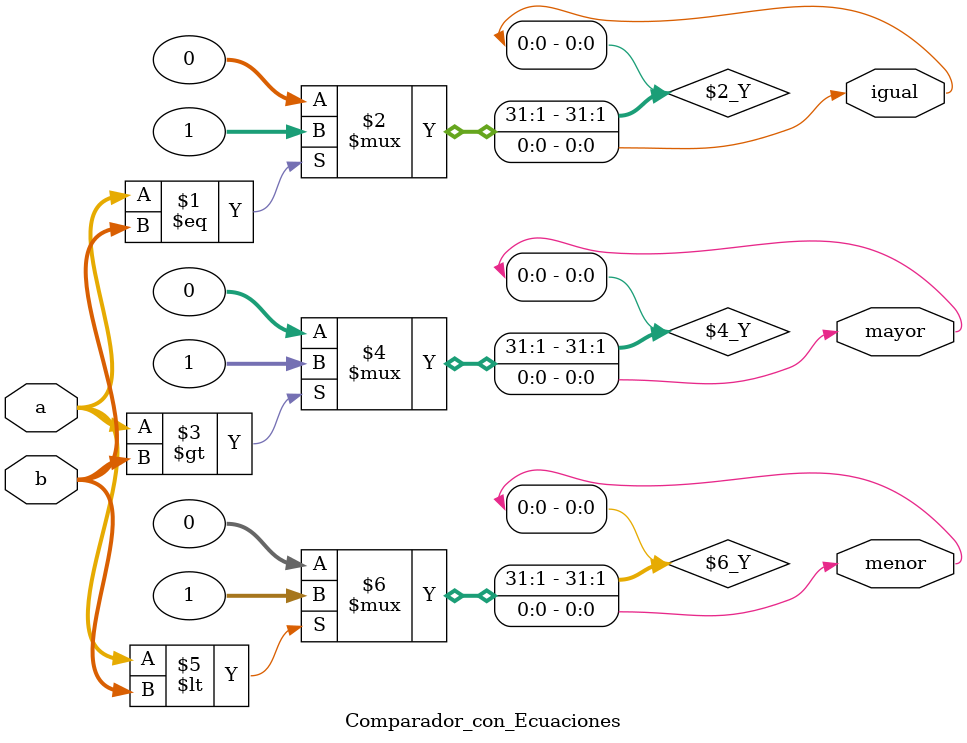
<source format=v>
`timescale 1ns / 1ps
module Comparador_con_Ecuaciones(
    input signed [7:0] a,
    input signed [7:0] b,
    output igual,
    output mayor,
    output menor
    );
	 
	 assign igual = ( a == b ) ? 1:0;
	 assign mayor = ( a > b ) ? 1:0;
	 assign menor = ( a < b ) ? 1:0;


endmodule

</source>
